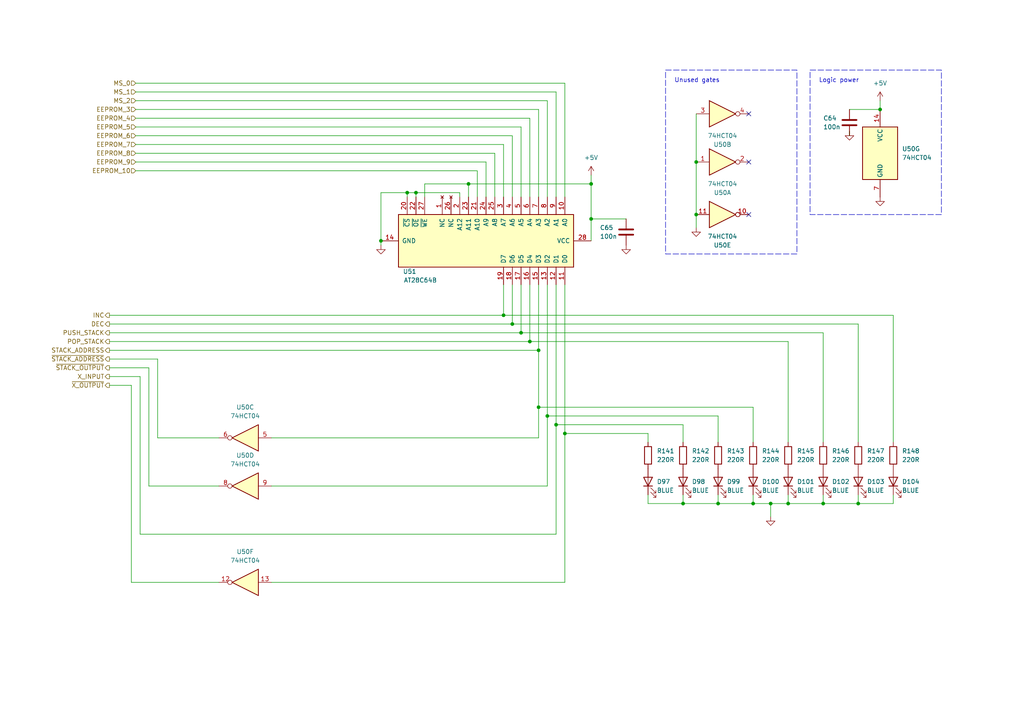
<source format=kicad_sch>
(kicad_sch (version 20230121) (generator eeschema)
  (paper "A4")
  (title_block (title "8-bit CPU") (date "2023-11-28") (rev "1.0") (company "TBR Designs"))
  (lib_symbols
    (symbol "01_my_library:28C64B" (pin_names (offset 1.016))
      (property "Reference" "U" (at 0 0 0))
      (symbol "28C64B_1_1"
        (rectangle (start -7.62 25.4) (end 7.62 -25.4) (stroke (width 0.254)) (fill (type background)))
        (pin no_connect line (at -12.7 -12.7 0) (length 5.08) (name "NC") (number "1"))
        (pin input line (at -12.7 22.86 0) (length 5.08) (name "A0") (number "10"))
        (pin tri_state line (at 12.7 22.86 180) (length 5.08) (name "D0") (number "11"))
        (pin tri_state line (at 12.7 20.32 180) (length 5.08) (name "D1") (number "12"))
        (pin tri_state line (at 12.7 17.78 180) (length 5.08) (name "D2") (number "13"))
        (pin power_in line (at 0 -30.48 90) (length 5.08) (name "GND") (number "14"))
        (pin tri_state line (at 12.7 15.24 180) (length 5.08) (name "D3") (number "15"))
        (pin tri_state line (at 12.7 12.7 180) (length 5.08) (name "D4") (number "16"))
        (pin tri_state line (at 12.7 10.16 180) (length 5.08) (name "D5") (number "17"))
        (pin tri_state line (at 12.7 7.62 180) (length 5.08) (name "D6") (number "18"))
        (pin tri_state line (at 12.7 5.08 180) (length 5.08) (name "D7") (number "19"))
        (pin input line (at -12.7 -7.62 0) (length 5.08) (name "A12") (number "2"))
        (pin input line (at -12.7 -22.86 0) (length 5.08) (name "~{CS}") (number "20"))
        (pin input line (at -12.7 -2.54 0) (length 5.08) (name "A10") (number "21"))
        (pin input line (at -12.7 -20.32 0) (length 5.08) (name "~{OE}") (number "22"))
        (pin input line (at -12.7 -5.08 0) (length 5.08) (name "A11") (number "23"))
        (pin input line (at -12.7 0 0) (length 5.08) (name "A9") (number "24"))
        (pin input line (at -12.7 2.54 0) (length 5.08) (name "A8") (number "25"))
        (pin no_connect line (at -12.7 -10.16 0) (length 5.08) (name "NC") (number "26"))
        (pin input line (at -12.7 -17.78 0) (length 5.08) (name "~{WE}") (number "27"))
        (pin power_in line (at 0 30.48 270) (length 5.08) (name "VCC") (number "28"))
        (pin input line (at -12.7 5.08 0) (length 5.08) (name "A7") (number "3"))
        (pin input line (at -12.7 7.62 0) (length 5.08) (name "A6") (number "4"))
        (pin input line (at -12.7 10.16 0) (length 5.08) (name "A5") (number "5"))
        (pin input line (at -12.7 12.7 0) (length 5.08) (name "A4") (number "6"))
        (pin input line (at -12.7 15.24 0) (length 5.08) (name "A3") (number "7"))
        (pin input line (at -12.7 17.78 0) (length 5.08) (name "A2") (number "8"))
        (pin input line (at -12.7 20.32 0) (length 5.08) (name "A1") (number "9"))
      )
    )
    (symbol "74xx:74HCT04"
      (property "Reference" "U" (at 0 1.27 0))
      (property "Value" "74HCT04" (at 0 -1.27 0))
      (symbol "74HCT04_1_0"
        (polyline (pts (xy -3.81 3.81) (xy -3.81 -3.81) (xy 3.81 0) (xy -3.81 3.81)) (stroke (width 0.254)) (fill (type background)))
        (pin input line (at -7.62 0 0) (length 3.81) (name "~") (number "1"))
        (pin output inverted (at 7.62 0 180) (length 3.81) (name "~") (number "2"))
      )
      (symbol "74HCT04_2_0"
        (polyline (pts (xy -3.81 3.81) (xy -3.81 -3.81) (xy 3.81 0) (xy -3.81 3.81)) (stroke (width 0.254)) (fill (type background)))
        (pin input line (at -7.62 0 0) (length 3.81) (name "~") (number "3"))
        (pin output inverted (at 7.62 0 180) (length 3.81) (name "~") (number "4"))
      )
      (symbol "74HCT04_3_0"
        (polyline (pts (xy -3.81 3.81) (xy -3.81 -3.81) (xy 3.81 0) (xy -3.81 3.81)) (stroke (width 0.254)) (fill (type background)))
        (pin input line (at -7.62 0 0) (length 3.81) (name "~") (number "5"))
        (pin output inverted (at 7.62 0 180) (length 3.81) (name "~") (number "6"))
      )
      (symbol "74HCT04_4_0"
        (polyline (pts (xy -3.81 3.81) (xy -3.81 -3.81) (xy 3.81 0) (xy -3.81 3.81)) (stroke (width 0.254)) (fill (type background)))
        (pin output inverted (at 7.62 0 180) (length 3.81) (name "~") (number "8"))
        (pin input line (at -7.62 0 0) (length 3.81) (name "~") (number "9"))
      )
      (symbol "74HCT04_5_0"
        (polyline (pts (xy -3.81 3.81) (xy -3.81 -3.81) (xy 3.81 0) (xy -3.81 3.81)) (stroke (width 0.254)) (fill (type background)))
        (pin output inverted (at 7.62 0 180) (length 3.81) (name "~") (number "10"))
        (pin input line (at -7.62 0 0) (length 3.81) (name "~") (number "11"))
      )
      (symbol "74HCT04_6_0"
        (polyline (pts (xy -3.81 3.81) (xy -3.81 -3.81) (xy 3.81 0) (xy -3.81 3.81)) (stroke (width 0.254)) (fill (type background)))
        (pin output inverted (at 7.62 0 180) (length 3.81) (name "~") (number "12"))
        (pin input line (at -7.62 0 0) (length 3.81) (name "~") (number "13"))
      )
      (symbol "74HCT04_7_0"
        (pin power_in line (at 0 12.7 270) (length 5.08) (name "VCC") (number "14"))
        (pin power_in line (at 0 -12.7 90) (length 5.08) (name "GND") (number "7"))
      )
      (symbol "74HCT04_7_1"
        (rectangle (start -5.08 7.62) (end 5.08 -7.62) (stroke (width 0.254)) (fill (type background)))
      )
    )
    (symbol "Device:C" (pin_numbers hide) (pin_names (offset 0.254))
      (property "Reference" "C" (at 0.635 2.54 0))
      (property "Value" "C" (at 0.635 -2.54 0))
      (symbol "C_0_1"
        (polyline (pts (xy -2.032 -0.762) (xy 2.032 -0.762)) (stroke (width 0.508)))
        (polyline (pts (xy -2.032 0.762) (xy 2.032 0.762)) (stroke (width 0.508)))
      )
      (symbol "C_1_1"
        (pin passive line (at 0 3.81 270) (length 2.794) (name "~") (number "1"))
        (pin passive line (at 0 -3.81 90) (length 2.794) (name "~") (number "2"))
      )
    )
    (symbol "Device:LED" (pin_numbers hide) (pin_names (offset 1.016) hide)
      (property "Reference" "D" (at 0 2.54 0))
      (property "Value" "LED" (at 0 -2.54 0))
      (symbol "LED_0_1"
        (polyline (pts (xy -1.27 -1.27) (xy -1.27 1.27)) (stroke (width 0.254)))
        (polyline (pts (xy -1.27 0) (xy 1.27 0)))
        (polyline (pts (xy 1.27 -1.27) (xy 1.27 1.27) (xy -1.27 0) (xy 1.27 -1.27)) (stroke (width 0.254)))
        (polyline (pts (xy -3.048 -0.762) (xy -4.572 -2.286) (xy -3.81 -2.286) (xy -4.572 -2.286) (xy -4.572 -1.524)))
        (polyline (pts (xy -1.778 -0.762) (xy -3.302 -2.286) (xy -2.54 -2.286) (xy -3.302 -2.286) (xy -3.302 -1.524)))
      )
      (symbol "LED_1_1"
        (pin passive line (at -3.81 0 0) (length 2.54) (name "K") (number "1"))
        (pin passive line (at 3.81 0 180) (length 2.54) (name "A") (number "2"))
      )
    )
    (symbol "Device:R" (pin_numbers hide) (pin_names (offset 0))
      (property "Reference" "R" (at 2.032 0 90))
      (property "Value" "R" (at 0 0 90))
      (symbol "R_0_1"
        (rectangle (start -1.016 -2.54) (end 1.016 2.54) (stroke (width 0.254)))
      )
      (symbol "R_1_1"
        (pin passive line (at 0 3.81 270) (length 1.27) (name "~") (number "1"))
        (pin passive line (at 0 -3.81 90) (length 1.27) (name "~") (number "2"))
      )
    )
    (symbol "power:+5V" (power) (pin_names (offset 0))
      (property "Value" "+5V" (at 0 3.556 0))
      (symbol "+5V_0_1"
        (polyline (pts (xy -0.762 1.27) (xy 0 2.54)))
        (polyline (pts (xy 0 0) (xy 0 2.54)))
        (polyline (pts (xy 0 2.54) (xy 0.762 1.27)))
      )
      (symbol "+5V_1_1"
        (pin power_in line (at 0 0 90) (length 0) hide (name "+5V") (number "1"))
      )
    )
    (symbol "power:GND" (power) (pin_names (offset 0))
      (property "Value" "GND" (at 0 -3.81 0))
      (symbol "GND_0_1"
        (polyline (pts (xy 0 0) (xy 0 -1.27) (xy 1.27 -1.27) (xy 0 -2.54) (xy -1.27 -1.27) (xy 0 -1.27)))
      )
      (symbol "GND_1_1"
        (pin power_in line (at 0 0 270) (length 0) hide (name "GND") (number "1"))
      )
    )
  )
  (junction (at 156.21 118.11))
  (junction (at 146.05 91.44))
  (junction (at 118.11 55.88))
  (junction (at 135.89 53.34))
  (junction (at 238.76 146.05))
  (junction (at 228.6 146.05))
  (junction (at 120.65 55.88))
  (junction (at 156.21 101.6))
  (junction (at 201.93 46.99))
  (junction (at 161.29 123.19))
  (junction (at 151.13 96.52))
  (junction (at 201.93 62.23))
  (junction (at 110.49 69.85))
  (junction (at 223.52 146.05))
  (junction (at 158.75 120.65))
  (junction (at 208.28 146.05))
  (junction (at 218.44 146.05))
  (junction (at 171.45 53.34))
  (junction (at 171.45 63.5))
  (junction (at 198.12 146.05))
  (junction (at 255.27 31.75))
  (junction (at 248.92 146.05))
  (junction (at 163.83 125.73))
  (junction (at 148.59 93.98))
  (junction (at 153.67 99.06))
  (no_connect (at 217.17 62.23))
  (no_connect (at 217.17 33.02))
  (no_connect (at 217.17 46.99))
  (wire (pts (xy 39.37 39.37) (xy 148.59 39.37)))
  (wire (pts (xy 259.08 91.44) (xy 146.05 91.44)))
  (wire (pts (xy 78.74 168.91) (xy 163.83 168.91)))
  (wire (pts (xy 63.5 127) (xy 45.72 127)))
  (wire (pts (xy 40.64 154.94) (xy 161.29 154.94)))
  (wire (pts (xy 158.75 82.55) (xy 158.75 120.65)))
  (wire (pts (xy 171.45 50.8) (xy 171.45 53.34)))
  (wire (pts (xy 39.37 29.21) (xy 158.75 29.21)))
  (wire (pts (xy 39.37 46.99) (xy 140.97 46.99)))
  (wire (pts (xy 198.12 146.05) (xy 198.12 143.51)))
  (wire (pts (xy 218.44 146.05) (xy 223.52 146.05)))
  (wire (pts (xy 151.13 82.55) (xy 151.13 96.52)))
  (wire (pts (xy 135.89 53.34) (xy 135.89 57.15)))
  (wire (pts (xy 158.75 140.97) (xy 78.74 140.97)))
  (wire (pts (xy 259.08 128.27) (xy 259.08 91.44)))
  (wire (pts (xy 140.97 46.99) (xy 140.97 57.15)))
  (wire (pts (xy 156.21 127) (xy 78.74 127)))
  (wire (pts (xy 198.12 128.27) (xy 198.12 123.19)))
  (wire (pts (xy 238.76 146.05) (xy 238.76 143.51)))
  (wire (pts (xy 223.52 149.86) (xy 223.52 146.05)))
  (wire (pts (xy 156.21 82.55) (xy 156.21 101.6)))
  (wire (pts (xy 187.96 146.05) (xy 187.96 143.51)))
  (wire (pts (xy 171.45 63.5) (xy 181.61 63.5)))
  (wire (pts (xy 39.37 24.13) (xy 163.83 24.13)))
  (wire (pts (xy 39.37 41.91) (xy 146.05 41.91)))
  (wire (pts (xy 120.65 55.88) (xy 133.35 55.88)))
  (wire (pts (xy 43.18 140.97) (xy 43.18 106.68)))
  (wire (pts (xy 198.12 146.05) (xy 208.28 146.05)))
  (wire (pts (xy 161.29 123.19) (xy 198.12 123.19)))
  (wire (pts (xy 39.37 36.83) (xy 151.13 36.83)))
  (wire (pts (xy 156.21 31.75) (xy 156.21 57.15)))
  (wire (pts (xy 63.5 168.91) (xy 38.1 168.91)))
  (wire (pts (xy 123.19 53.34) (xy 135.89 53.34)))
  (wire (pts (xy 38.1 111.76) (xy 31.75 111.76)))
  (wire (pts (xy 228.6 99.06) (xy 228.6 128.27)))
  (wire (pts (xy 110.49 71.12) (xy 110.49 69.85)))
  (wire (pts (xy 187.96 146.05) (xy 198.12 146.05)))
  (wire (pts (xy 238.76 146.05) (xy 248.92 146.05)))
  (wire (pts (xy 146.05 41.91) (xy 146.05 57.15)))
  (wire (pts (xy 151.13 36.83) (xy 151.13 57.15)))
  (wire (pts (xy 208.28 120.65) (xy 158.75 120.65)))
  (wire (pts (xy 161.29 123.19) (xy 161.29 82.55)))
  (wire (pts (xy 31.75 101.6) (xy 156.21 101.6)))
  (wire (pts (xy 238.76 96.52) (xy 238.76 128.27)))
  (wire (pts (xy 201.93 62.23) (xy 201.93 66.04)))
  (wire (pts (xy 39.37 34.29) (xy 153.67 34.29)))
  (wire (pts (xy 123.19 53.34) (xy 123.19 57.15)))
  (wire (pts (xy 40.64 109.22) (xy 31.75 109.22)))
  (wire (pts (xy 255.27 29.21) (xy 255.27 31.75)))
  (wire (pts (xy 39.37 26.67) (xy 161.29 26.67)))
  (wire (pts (xy 31.75 91.44) (xy 146.05 91.44)))
  (wire (pts (xy 158.75 29.21) (xy 158.75 57.15)))
  (wire (pts (xy 146.05 82.55) (xy 146.05 91.44)))
  (wire (pts (xy 201.93 46.99) (xy 201.93 62.23)))
  (wire (pts (xy 248.92 128.27) (xy 248.92 93.98)))
  (wire (pts (xy 45.72 127) (xy 45.72 104.14)))
  (wire (pts (xy 187.96 128.27) (xy 187.96 125.73)))
  (wire (pts (xy 120.65 55.88) (xy 120.65 57.15)))
  (wire (pts (xy 143.51 44.45) (xy 143.51 57.15)))
  (wire (pts (xy 161.29 154.94) (xy 161.29 123.19)))
  (wire (pts (xy 151.13 96.52) (xy 238.76 96.52)))
  (wire (pts (xy 43.18 106.68) (xy 31.75 106.68)))
  (wire (pts (xy 218.44 118.11) (xy 156.21 118.11)))
  (wire (pts (xy 187.96 125.73) (xy 163.83 125.73)))
  (wire (pts (xy 148.59 82.55) (xy 148.59 93.98)))
  (wire (pts (xy 246.38 38.1) (xy 246.38 39.37)))
  (wire (pts (xy 223.52 146.05) (xy 228.6 146.05)))
  (wire (pts (xy 163.83 168.91) (xy 163.83 125.73)))
  (wire (pts (xy 38.1 168.91) (xy 38.1 111.76)))
  (wire (pts (xy 31.75 99.06) (xy 153.67 99.06)))
  (wire (pts (xy 45.72 104.14) (xy 31.75 104.14)))
  (wire (pts (xy 153.67 99.06) (xy 153.67 82.55)))
  (wire (pts (xy 156.21 101.6) (xy 156.21 118.11)))
  (wire (pts (xy 246.38 31.75) (xy 255.27 31.75)))
  (wire (pts (xy 163.83 125.73) (xy 163.83 82.55)))
  (wire (pts (xy 171.45 69.85) (xy 171.45 63.5)))
  (wire (pts (xy 248.92 93.98) (xy 148.59 93.98)))
  (wire (pts (xy 228.6 146.05) (xy 228.6 143.51)))
  (wire (pts (xy 153.67 34.29) (xy 153.67 57.15)))
  (wire (pts (xy 163.83 24.13) (xy 163.83 57.15)))
  (wire (pts (xy 110.49 55.88) (xy 110.49 69.85)))
  (wire (pts (xy 31.75 96.52) (xy 151.13 96.52)))
  (wire (pts (xy 138.43 49.53) (xy 138.43 57.15)))
  (wire (pts (xy 208.28 146.05) (xy 218.44 146.05)))
  (wire (pts (xy 39.37 44.45) (xy 143.51 44.45)))
  (wire (pts (xy 201.93 33.02) (xy 201.93 46.99)))
  (wire (pts (xy 118.11 55.88) (xy 110.49 55.88)))
  (wire (pts (xy 118.11 55.88) (xy 120.65 55.88)))
  (wire (pts (xy 40.64 154.94) (xy 40.64 109.22)))
  (wire (pts (xy 248.92 146.05) (xy 248.92 143.51)))
  (wire (pts (xy 248.92 146.05) (xy 259.08 146.05)))
  (wire (pts (xy 135.89 53.34) (xy 171.45 53.34)))
  (wire (pts (xy 218.44 146.05) (xy 218.44 143.51)))
  (wire (pts (xy 158.75 120.65) (xy 158.75 140.97)))
  (wire (pts (xy 153.67 99.06) (xy 228.6 99.06)))
  (wire (pts (xy 133.35 55.88) (xy 133.35 57.15)))
  (wire (pts (xy 259.08 146.05) (xy 259.08 143.51)))
  (wire (pts (xy 208.28 128.27) (xy 208.28 120.65)))
  (wire (pts (xy 228.6 146.05) (xy 238.76 146.05)))
  (wire (pts (xy 156.21 118.11) (xy 156.21 127)))
  (wire (pts (xy 171.45 53.34) (xy 171.45 63.5)))
  (wire (pts (xy 31.75 93.98) (xy 148.59 93.98)))
  (wire (pts (xy 208.28 146.05) (xy 208.28 143.51)))
  (wire (pts (xy 63.5 140.97) (xy 43.18 140.97)))
  (wire (pts (xy 218.44 128.27) (xy 218.44 118.11)))
  (wire (pts (xy 39.37 31.75) (xy 156.21 31.75)))
  (wire (pts (xy 161.29 26.67) (xy 161.29 57.15)))
  (wire (pts (xy 148.59 39.37) (xy 148.59 57.15)))
  (wire (pts (xy 39.37 49.53) (xy 138.43 49.53)))
  (wire (pts (xy 118.11 55.88) (xy 118.11 57.15)))
  (rectangle (start 234.95 20.32) (end 273.05 62.23) (stroke (width 0) (type dash)))
  (rectangle (start 193.04 20.32) (end 231.14 73.66) (stroke (width 0) (type dash)))
  (text "Unused gates" (at 195.58 24.13 0) (effects (font (size 1.27 1.27)) (justify left bottom)))
  (text "Logic power" (at 237.49 24.13 0) (effects (font (size 1.27 1.27)) (justify left bottom)))
  (hierarchical_label "~{X_OUTPUT}" (shape output) (at 31.75 111.76 180))
  (hierarchical_label "DEC" (shape output) (at 31.75 93.98 180))
  (hierarchical_label "MS_0" (shape input) (at 39.37 24.13 180))
  (hierarchical_label "X_INPUT" (shape output) (at 31.75 109.22 180))
  (hierarchical_label "EEPROM_9" (shape input) (at 39.37 46.99 180))
  (hierarchical_label "EEPROM_10" (shape input) (at 39.37 49.53 180))
  (hierarchical_label "~{STACK_ADDRESS}" (shape output) (at 31.75 104.14 180))
  (hierarchical_label "EEPROM_7" (shape input) (at 39.37 41.91 180))
  (hierarchical_label "MS_1" (shape input) (at 39.37 26.67 180))
  (hierarchical_label "EEPROM_4" (shape input) (at 39.37 34.29 180))
  (hierarchical_label "EEPROM_3" (shape input) (at 39.37 31.75 180))
  (hierarchical_label "EEPROM_5" (shape input) (at 39.37 36.83 180))
  (hierarchical_label "EEPROM_6" (shape input) (at 39.37 39.37 180))
  (hierarchical_label "MS_2" (shape input) (at 39.37 29.21 180))
  (hierarchical_label "INC" (shape output) (at 31.75 91.44 180))
  (hierarchical_label "PUSH_STACK" (shape output) (at 31.75 96.52 180))
  (hierarchical_label "~{STACK_OUTPUT}" (shape output) (at 31.75 106.68 180))
  (hierarchical_label "POP_STACK" (shape output) (at 31.75 99.06 180))
  (hierarchical_label "EEPROM_8" (shape input) (at 39.37 44.45 180))
  (hierarchical_label "STACK_ADDRESS" (shape output) (at 31.75 101.6 180))
  (symbol (lib_id "power:GND") (at 255.27 57.15 0) (unit 1)
    (property "Reference" "#PWR0215" (effects hide))
    (property "Value" "GND" (effects hide))
  )
  (symbol (lib_id "74xx:74HCT04") (at 71.12 168.91 180) (unit 6)
    (property "Reference" "U50" (at 71.12 160.02 0))
    (property "Value" "74HCT04" (at 71.12 162.56 0))
    (property "Footprint" "Package_DIP:DIP-14_W7.62mm" (effects hide))
    (property "Datasheet" "https://assets.nexperia.com/documents/data-sheet/74HC_HCT04.pdf" (effects hide))
  )
  (symbol (lib_id "01_my_library:28C64B") (at 140.97 69.85 270) (unit 1)
    (property "Reference" "U51" (at 116.84 78.74 90) (effects (justify left)))
    (property "Value" "AT28C64B" (at 121.92 81.28 90))
    (property "Footprint" "Package_DIP:DIP-28_W15.24mm_Socket" (effects hide))
  )
  (symbol (lib_id "power:GND") (at 181.61 71.12 0) (unit 1)
    (property "Reference" "#PWR0218" (effects hide))
    (property "Value" "GND" (effects hide))
  )
  (symbol (lib_id "Device:LED") (at 259.08 139.7 90) (unit 1)
    (property "Reference" "D104" (at 261.62 139.7 90) (effects (justify right)))
    (property "Value" "BLUE" (at 261.62 142.24 90) (effects (justify right)))
    (property "Footprint" "01_my_library:LED_D5.0mm" (effects hide))
  )
  (symbol (lib_id "Device:LED") (at 248.92 139.7 90) (unit 1)
    (property "Reference" "D103" (at 251.46 139.7 90) (effects (justify right)))
    (property "Value" "BLUE" (at 251.46 142.24 90) (effects (justify right)))
    (property "Footprint" "01_my_library:LED_D5.0mm" (effects hide))
  )
  (symbol (lib_id "74xx:74HCT04") (at 209.55 46.99 0) (unit 1)
    (property "Reference" "U50" (at 209.55 55.88 0))
    (property "Value" "74HCT04" (at 209.55 53.34 0))
    (property "Footprint" "Package_DIP:DIP-14_W7.62mm" (effects hide))
    (property "Datasheet" "https://assets.nexperia.com/documents/data-sheet/74HC_HCT04.pdf" (effects hide))
  )
  (symbol (lib_id "74xx:74HCT04") (at 255.27 44.45 0) (unit 7)
    (property "Reference" "U50" (at 261.62 43.18 0) (effects (justify left)))
    (property "Value" "74HCT04" (at 261.62 45.72 0) (effects (justify left)))
    (property "Footprint" "Package_DIP:DIP-14_W7.62mm" (effects hide))
    (property "Datasheet" "https://assets.nexperia.com/documents/data-sheet/74HC_HCT04.pdf" (effects hide))
  )
  (symbol (lib_id "Device:LED") (at 208.28 139.7 90) (unit 1)
    (property "Reference" "D99" (at 210.82 139.7 90) (effects (justify right)))
    (property "Value" "BLUE" (at 210.82 142.24 90) (effects (justify right)))
    (property "Footprint" "01_my_library:LED_D5.0mm" (effects hide))
  )
  (symbol (lib_id "power:GND") (at 223.52 149.86 0) (unit 1)
    (property "Reference" "#PWR0219" (effects hide))
    (property "Value" "GND" (effects hide))
  )
  (symbol (lib_id "Device:C") (at 181.61 67.31 0) (unit 1)
    (property "Reference" "C65" (at 173.99 66.04 0) (effects (justify left)))
    (property "Value" "100n" (at 173.99 68.58 0) (effects (justify left)))
    (property "Footprint" "01_my_library:C_Disc_D4.0mm_W2.6mm_P2.50mm" (effects hide))
  )
  (symbol (lib_id "power:+5V") (at 171.45 50.8 0) (unit 1)
    (property "Reference" "#PWR0214" (effects hide))
    (property "Value" "+5V" (at 171.45 45.72 0))
  )
  (symbol (lib_id "Device:R") (at 198.12 132.08 0) (unit 1)
    (property "Reference" "R142" (at 200.66 130.81 0) (effects (justify left)))
    (property "Value" "220R" (at 200.66 133.35 0) (effects (justify left)))
    (property "Footprint" "Resistor_THT:R_Axial_DIN0204_L3.6mm_D1.6mm_P7.62mm_Horizontal" (effects hide))
  )
  (symbol (lib_id "Device:R") (at 259.08 132.08 0) (unit 1)
    (property "Reference" "R148" (at 261.62 130.81 0) (effects (justify left)))
    (property "Value" "220R" (at 261.62 133.35 0) (effects (justify left)))
    (property "Footprint" "Resistor_THT:R_Axial_DIN0204_L3.6mm_D1.6mm_P7.62mm_Horizontal" (effects hide))
  )
  (symbol (lib_id "Device:R") (at 248.92 132.08 0) (unit 1)
    (property "Reference" "R147" (at 251.46 130.81 0) (effects (justify left)))
    (property "Value" "220R" (at 251.46 133.35 0) (effects (justify left)))
    (property "Footprint" "Resistor_THT:R_Axial_DIN0204_L3.6mm_D1.6mm_P7.62mm_Horizontal" (effects hide))
  )
  (symbol (lib_id "power:GND") (at 110.49 71.12 0) (unit 1)
    (property "Reference" "#PWR0217" (effects hide))
    (property "Value" "GND" (effects hide))
  )
  (symbol (lib_id "Device:LED") (at 228.6 139.7 90) (unit 1)
    (property "Reference" "D101" (at 231.14 139.7 90) (effects (justify right)))
    (property "Value" "BLUE" (at 231.14 142.24 90) (effects (justify right)))
    (property "Footprint" "01_my_library:LED_D5.0mm" (effects hide))
  )
  (symbol (lib_id "74xx:74HCT04") (at 71.12 127 180) (unit 3)
    (property "Reference" "U50" (at 71.12 118.11 0))
    (property "Value" "74HCT04" (at 71.12 120.65 0))
    (property "Footprint" "Package_DIP:DIP-14_W7.62mm" (effects hide))
    (property "Datasheet" "https://assets.nexperia.com/documents/data-sheet/74HC_HCT04.pdf" (effects hide))
  )
  (symbol (lib_id "Device:R") (at 238.76 132.08 0) (unit 1)
    (property "Reference" "R146" (at 241.3 130.81 0) (effects (justify left)))
    (property "Value" "220R" (at 241.3 133.35 0) (effects (justify left)))
    (property "Footprint" "Resistor_THT:R_Axial_DIN0204_L3.6mm_D1.6mm_P7.62mm_Horizontal" (effects hide))
  )
  (symbol (lib_id "Device:R") (at 228.6 132.08 0) (unit 1)
    (property "Reference" "R145" (at 231.14 130.81 0) (effects (justify left)))
    (property "Value" "220R" (at 231.14 133.35 0) (effects (justify left)))
    (property "Footprint" "Resistor_THT:R_Axial_DIN0204_L3.6mm_D1.6mm_P7.62mm_Horizontal" (effects hide))
  )
  (symbol (lib_id "Device:LED") (at 187.96 139.7 90) (unit 1)
    (property "Reference" "D97" (at 190.5 139.7 90) (effects (justify right)))
    (property "Value" "BLUE" (at 190.5 142.24 90) (effects (justify right)))
    (property "Footprint" "01_my_library:LED_D5.0mm" (effects hide))
  )
  (symbol (lib_id "Device:R") (at 208.28 132.08 0) (unit 1)
    (property "Reference" "R143" (at 210.82 130.81 0) (effects (justify left)))
    (property "Value" "220R" (at 210.82 133.35 0) (effects (justify left)))
    (property "Footprint" "Resistor_THT:R_Axial_DIN0204_L3.6mm_D1.6mm_P7.62mm_Horizontal" (effects hide))
  )
  (symbol (lib_id "power:GND") (at 246.38 38.1 0) (unit 1)
    (property "Reference" "#PWR0213" (effects hide))
    (property "Value" "GND" (effects hide))
  )
  (symbol (lib_id "Device:LED") (at 218.44 139.7 90) (unit 1)
    (property "Reference" "D100" (at 220.98 139.7 90) (effects (justify right)))
    (property "Value" "BLUE" (at 220.98 142.24 90) (effects (justify right)))
    (property "Footprint" "01_my_library:LED_D5.0mm" (effects hide))
  )
  (symbol (lib_id "Device:R") (at 218.44 132.08 0) (unit 1)
    (property "Reference" "R144" (at 220.98 130.81 0) (effects (justify left)))
    (property "Value" "220R" (at 220.98 133.35 0) (effects (justify left)))
    (property "Footprint" "Resistor_THT:R_Axial_DIN0204_L3.6mm_D1.6mm_P7.62mm_Horizontal" (effects hide))
  )
  (symbol (lib_id "74xx:74HCT04") (at 71.12 140.97 180) (unit 4)
    (property "Reference" "U50" (at 71.12 132.08 0))
    (property "Value" "74HCT04" (at 71.12 134.62 0))
    (property "Footprint" "Package_DIP:DIP-14_W7.62mm" (effects hide))
    (property "Datasheet" "https://assets.nexperia.com/documents/data-sheet/74HC_HCT04.pdf" (effects hide))
  )
  (symbol (lib_id "Device:R") (at 187.96 132.08 0) (unit 1)
    (property "Reference" "R141" (at 190.5 130.81 0) (effects (justify left)))
    (property "Value" "220R" (at 190.5 133.35 0) (effects (justify left)))
    (property "Footprint" "Resistor_THT:R_Axial_DIN0204_L3.6mm_D1.6mm_P7.62mm_Horizontal" (effects hide))
  )
  (symbol (lib_id "74xx:74HCT04") (at 209.55 62.23 0) (unit 5)
    (property "Reference" "U50" (at 209.55 71.12 0))
    (property "Value" "74HCT04" (at 209.55 68.58 0))
    (property "Footprint" "Package_DIP:DIP-14_W7.62mm" (effects hide))
    (property "Datasheet" "https://assets.nexperia.com/documents/data-sheet/74HC_HCT04.pdf" (effects hide))
  )
  (symbol (lib_id "Device:LED") (at 238.76 139.7 90) (unit 1)
    (property "Reference" "D102" (at 241.3 139.7 90) (effects (justify right)))
    (property "Value" "BLUE" (at 241.3 142.24 90) (effects (justify right)))
    (property "Footprint" "01_my_library:LED_D5.0mm" (effects hide))
  )
  (symbol (lib_id "power:GND") (at 201.93 66.04 0) (unit 1)
    (property "Reference" "#PWR0216" (effects hide))
    (property "Value" "GND" (effects hide))
  )
  (symbol (lib_id "Device:C") (at 246.38 35.56 0) (unit 1)
    (property "Reference" "C64" (at 238.76 34.29 0) (effects (justify left)))
    (property "Value" "100n" (at 238.76 36.83 0) (effects (justify left)))
    (property "Footprint" "01_my_library:C_Disc_D4.0mm_W2.6mm_P2.50mm" (effects hide))
  )
  (symbol (lib_id "74xx:74HCT04") (at 209.55 33.02 0) (unit 2)
    (property "Reference" "U50" (at 209.55 41.91 0))
    (property "Value" "74HCT04" (at 209.55 39.37 0))
    (property "Footprint" "Package_DIP:DIP-14_W7.62mm" (effects hide))
    (property "Datasheet" "https://assets.nexperia.com/documents/data-sheet/74HC_HCT04.pdf" (effects hide))
  )
  (symbol (lib_id "power:+5V") (at 255.27 29.21 0) (unit 1)
    (property "Reference" "#PWR0212" (effects hide))
    (property "Value" "+5V" (at 255.27 24.13 0))
  )
  (symbol (lib_id "Device:LED") (at 198.12 139.7 90) (unit 1)
    (property "Reference" "D98" (at 200.66 139.7 90) (effects (justify right)))
    (property "Value" "BLUE" (at 200.66 142.24 90) (effects (justify right)))
    (property "Footprint" "01_my_library:LED_D5.0mm" (effects hide))
  )
)
</source>
